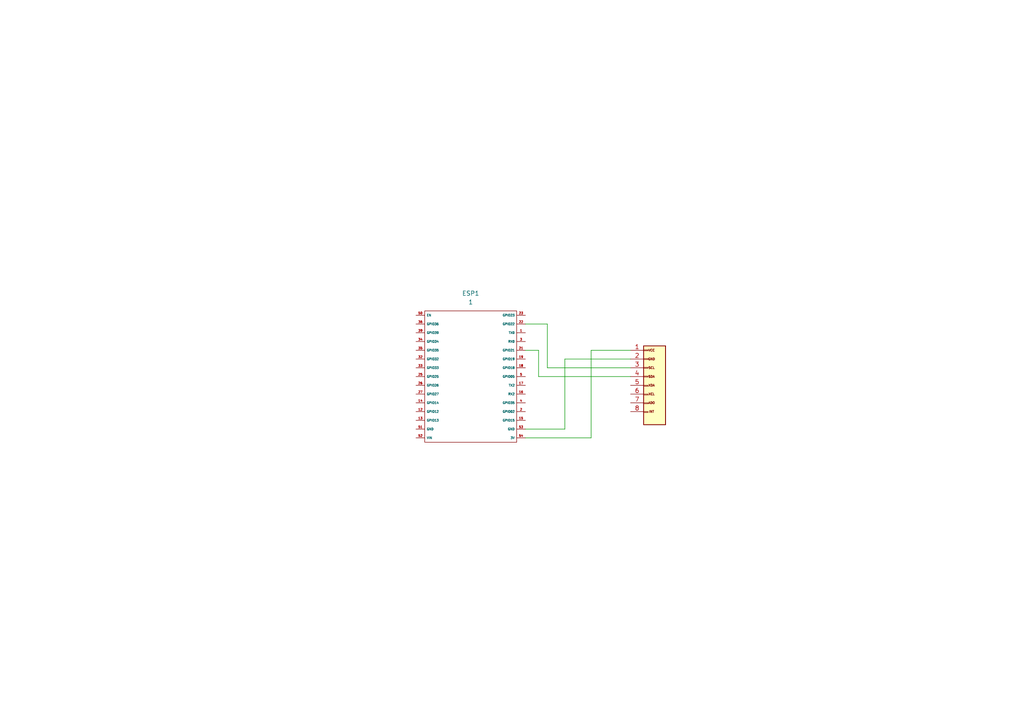
<source format=kicad_sch>
(kicad_sch
	(version 20250114)
	(generator "eeschema")
	(generator_version "9.0")
	(uuid "5353f321-bacc-4684-81da-ea8c4333537a")
	(paper "A4")
	(lib_symbols
		(symbol "UserDefined:ESP32DevKitV1"
			(exclude_from_sim no)
			(in_bom yes)
			(on_board yes)
			(property "Reference" "ESP32"
				(at 6.096 -2.54 0)
				(effects
					(font
						(size 1.27 1.27)
					)
				)
			)
			(property "Value" "1"
				(at 0 0 0)
				(effects
					(font
						(size 1.27 1.27)
					)
				)
			)
			(property "Footprint" "UserDefined:ESP32-DEVKITV1-Paul"
				(at 0 0 0)
				(effects
					(font
						(size 1.27 1.27)
					)
					(hide yes)
				)
			)
			(property "Datasheet" ""
				(at 0 0 0)
				(effects
					(font
						(size 1.27 1.27)
					)
					(hide yes)
				)
			)
			(property "Description" ""
				(at 0 0 0)
				(effects
					(font
						(size 1.27 1.27)
					)
					(hide yes)
				)
			)
			(symbol "ESP32DevKitV1_0_1"
				(rectangle
					(start -6.35 -3.81)
					(end 20.32 -41.91)
					(stroke
						(width 0)
						(type default)
					)
					(fill
						(type none)
					)
				)
			)
			(symbol "ESP32DevKitV1_1_1"
				(pin input line
					(at -8.89 -5.08 0)
					(length 2.54)
					(name "EN"
						(effects
							(font
								(size 0.635 0.635)
							)
						)
					)
					(number "50"
						(effects
							(font
								(size 0.635 0.635)
							)
						)
					)
				)
				(pin input line
					(at -8.89 -7.62 0)
					(length 2.54)
					(name "GPIO36"
						(effects
							(font
								(size 0.635 0.635)
							)
						)
					)
					(number "36"
						(effects
							(font
								(size 0.635 0.635)
							)
						)
					)
				)
				(pin input line
					(at -8.89 -10.16 0)
					(length 2.54)
					(name "GPIO39"
						(effects
							(font
								(size 0.635 0.635)
							)
						)
					)
					(number "39"
						(effects
							(font
								(size 0.635 0.635)
							)
						)
					)
				)
				(pin input line
					(at -8.89 -12.7 0)
					(length 2.54)
					(name "GPIO34"
						(effects
							(font
								(size 0.635 0.635)
							)
						)
					)
					(number "34"
						(effects
							(font
								(size 0.635 0.635)
							)
						)
					)
				)
				(pin input line
					(at -8.89 -15.24 0)
					(length 2.54)
					(name "GPIO35"
						(effects
							(font
								(size 0.635 0.635)
							)
						)
					)
					(number "35"
						(effects
							(font
								(size 0.635 0.635)
							)
						)
					)
				)
				(pin bidirectional line
					(at -8.89 -17.78 0)
					(length 2.54)
					(name "GPIO32"
						(effects
							(font
								(size 0.635 0.635)
							)
						)
					)
					(number "32"
						(effects
							(font
								(size 0.635 0.635)
							)
						)
					)
				)
				(pin bidirectional line
					(at -8.89 -20.32 0)
					(length 2.54)
					(name "GPIO33"
						(effects
							(font
								(size 0.635 0.635)
							)
						)
					)
					(number "33"
						(effects
							(font
								(size 0.635 0.635)
							)
						)
					)
				)
				(pin bidirectional line
					(at -8.89 -22.86 0)
					(length 2.54)
					(name "GPIO25"
						(effects
							(font
								(size 0.635 0.635)
							)
						)
					)
					(number "25"
						(effects
							(font
								(size 0.635 0.635)
							)
						)
					)
				)
				(pin bidirectional line
					(at -8.89 -25.4 0)
					(length 2.54)
					(name "GPIO26"
						(effects
							(font
								(size 0.635 0.635)
							)
						)
					)
					(number "26"
						(effects
							(font
								(size 0.635 0.635)
							)
						)
					)
				)
				(pin bidirectional line
					(at -8.89 -27.94 0)
					(length 2.54)
					(name "GPIO27"
						(effects
							(font
								(size 0.635 0.635)
							)
						)
					)
					(number "27"
						(effects
							(font
								(size 0.635 0.635)
							)
						)
					)
				)
				(pin bidirectional line
					(at -8.89 -30.48 0)
					(length 2.54)
					(name "GPIO14"
						(effects
							(font
								(size 0.635 0.635)
							)
						)
					)
					(number "14"
						(effects
							(font
								(size 0.635 0.635)
							)
						)
					)
				)
				(pin bidirectional line
					(at -8.89 -33.02 0)
					(length 2.54)
					(name "GPIO12"
						(effects
							(font
								(size 0.635 0.635)
							)
						)
					)
					(number "12"
						(effects
							(font
								(size 0.635 0.635)
							)
						)
					)
				)
				(pin bidirectional line
					(at -8.89 -35.56 0)
					(length 2.54)
					(name "GPIO13"
						(effects
							(font
								(size 0.635 0.635)
							)
						)
					)
					(number "13"
						(effects
							(font
								(size 0.635 0.635)
							)
						)
					)
				)
				(pin power_in line
					(at -8.89 -38.1 0)
					(length 2.54)
					(name "GND"
						(effects
							(font
								(size 0.635 0.635)
							)
						)
					)
					(number "51"
						(effects
							(font
								(size 0.635 0.635)
							)
						)
					)
				)
				(pin bidirectional line
					(at -8.89 -40.64 0)
					(length 2.54)
					(name "VIN"
						(effects
							(font
								(size 0.635 0.635)
							)
						)
					)
					(number "52"
						(effects
							(font
								(size 0.635 0.635)
							)
						)
					)
				)
				(pin bidirectional line
					(at 22.86 -5.08 180)
					(length 2.54)
					(name "GPIO23"
						(effects
							(font
								(size 0.635 0.635)
							)
						)
					)
					(number "23"
						(effects
							(font
								(size 0.635 0.635)
							)
						)
					)
				)
				(pin bidirectional line
					(at 22.86 -7.62 180)
					(length 2.54)
					(name "GPIO22"
						(effects
							(font
								(size 0.635 0.635)
							)
						)
					)
					(number "22"
						(effects
							(font
								(size 0.635 0.635)
							)
						)
					)
				)
				(pin bidirectional line
					(at 22.86 -10.16 180)
					(length 2.54)
					(name "TX0"
						(effects
							(font
								(size 0.635 0.635)
							)
						)
					)
					(number "1"
						(effects
							(font
								(size 0.635 0.635)
							)
						)
					)
				)
				(pin bidirectional line
					(at 22.86 -12.7 180)
					(length 2.54)
					(name "RX0"
						(effects
							(font
								(size 0.635 0.635)
							)
						)
					)
					(number "3"
						(effects
							(font
								(size 0.635 0.635)
							)
						)
					)
				)
				(pin bidirectional line
					(at 22.86 -15.24 180)
					(length 2.54)
					(name "GPIO21"
						(effects
							(font
								(size 0.635 0.635)
							)
						)
					)
					(number "21"
						(effects
							(font
								(size 0.635 0.635)
							)
						)
					)
				)
				(pin bidirectional line
					(at 22.86 -17.78 180)
					(length 2.54)
					(name "GPIO19"
						(effects
							(font
								(size 0.635 0.635)
							)
						)
					)
					(number "19"
						(effects
							(font
								(size 0.635 0.635)
							)
						)
					)
				)
				(pin bidirectional line
					(at 22.86 -20.32 180)
					(length 2.54)
					(name "GPIO18"
						(effects
							(font
								(size 0.635 0.635)
							)
						)
					)
					(number "18"
						(effects
							(font
								(size 0.635 0.635)
							)
						)
					)
				)
				(pin bidirectional line
					(at 22.86 -22.86 180)
					(length 2.54)
					(name "GPIO05"
						(effects
							(font
								(size 0.635 0.635)
							)
						)
					)
					(number "5"
						(effects
							(font
								(size 0.635 0.635)
							)
						)
					)
				)
				(pin bidirectional line
					(at 22.86 -25.4 180)
					(length 2.54)
					(name "TX2"
						(effects
							(font
								(size 0.635 0.635)
							)
						)
					)
					(number "17"
						(effects
							(font
								(size 0.635 0.635)
							)
						)
					)
				)
				(pin bidirectional line
					(at 22.86 -27.94 180)
					(length 2.54)
					(name "RX2"
						(effects
							(font
								(size 0.635 0.635)
							)
						)
					)
					(number "16"
						(effects
							(font
								(size 0.635 0.635)
							)
						)
					)
				)
				(pin bidirectional line
					(at 22.86 -30.48 180)
					(length 2.54)
					(name "GPIO35"
						(effects
							(font
								(size 0.635 0.635)
							)
						)
					)
					(number "4"
						(effects
							(font
								(size 0.635 0.635)
							)
						)
					)
				)
				(pin bidirectional line
					(at 22.86 -33.02 180)
					(length 2.54)
					(name "GPIO02"
						(effects
							(font
								(size 0.635 0.635)
							)
						)
					)
					(number "2"
						(effects
							(font
								(size 0.635 0.635)
							)
						)
					)
				)
				(pin bidirectional line
					(at 22.86 -35.56 180)
					(length 2.54)
					(name "GPIO15"
						(effects
							(font
								(size 0.635 0.635)
							)
						)
					)
					(number "15"
						(effects
							(font
								(size 0.635 0.635)
							)
						)
					)
				)
				(pin power_in line
					(at 22.86 -38.1 180)
					(length 2.54)
					(name "GND"
						(effects
							(font
								(size 0.635 0.635)
							)
						)
					)
					(number "53"
						(effects
							(font
								(size 0.635 0.635)
							)
						)
					)
				)
				(pin power_out line
					(at 22.86 -40.64 180)
					(length 2.54)
					(name "3V"
						(effects
							(font
								(size 0.635 0.635)
							)
						)
					)
					(number "54"
						(effects
							(font
								(size 0.635 0.635)
							)
						)
					)
				)
			)
			(embedded_fonts no)
		)
		(symbol "UserDefined:MPU6050"
			(pin_names
				(offset 1.016)
				(hide yes)
			)
			(exclude_from_sim no)
			(in_bom yes)
			(on_board yes)
			(property "Reference" "MPU1"
				(at 5.842 4.318 0)
				(show_name)
				(effects
					(font
						(size 0.508 0.508)
					)
					(justify right)
					(hide yes)
				)
			)
			(property "Value" "1"
				(at 3.302 -18.542 0)
				(show_name)
				(effects
					(font
						(size 0.508 0.508)
					)
					(justify right)
					(hide yes)
				)
			)
			(property "Footprint" "UserDefined:MPU6050HiLetGO"
				(at 2.794 -20.574 0)
				(effects
					(font
						(size 1.27 1.27)
					)
					(hide yes)
				)
			)
			(property "Datasheet" ""
				(at 1.524 5.334 0)
				(effects
					(font
						(size 1.27 1.27)
					)
					(hide yes)
				)
			)
			(property "Description" ""
				(at 6.096 -7.62 90)
				(effects
					(font
						(size 0.635 0.635)
					)
					(hide yes)
				)
			)
			(property "ki_keywords" "connector"
				(at 0 0 0)
				(effects
					(font
						(size 1.27 1.27)
					)
					(hide yes)
				)
			)
			(property "ki_fp_filters" "Connector*:*_1x??_*"
				(at 0 0 0)
				(effects
					(font
						(size 1.27 1.27)
					)
					(hide yes)
				)
			)
			(symbol "MPU6050_1_1"
				(rectangle
					(start -1.27 3.81)
					(end 5.08 -19.05)
					(stroke
						(width 0.254)
						(type default)
					)
					(fill
						(type background)
					)
				)
				(rectangle
					(start -1.27 2.667)
					(end 0 2.413)
					(stroke
						(width 0.1524)
						(type default)
					)
					(fill
						(type none)
					)
				)
				(rectangle
					(start -1.27 0.127)
					(end 0 -0.127)
					(stroke
						(width 0.1524)
						(type default)
					)
					(fill
						(type none)
					)
				)
				(rectangle
					(start -1.27 -2.413)
					(end 0 -2.667)
					(stroke
						(width 0.1524)
						(type default)
					)
					(fill
						(type none)
					)
				)
				(rectangle
					(start -1.27 -4.953)
					(end 0 -5.207)
					(stroke
						(width 0.1524)
						(type default)
					)
					(fill
						(type none)
					)
				)
				(rectangle
					(start -1.27 -7.62)
					(end 0 -7.874)
					(stroke
						(width 0.1524)
						(type default)
					)
					(fill
						(type none)
					)
				)
				(rectangle
					(start -1.27 -10.16)
					(end 0 -10.414)
					(stroke
						(width 0.1524)
						(type default)
					)
					(fill
						(type none)
					)
				)
				(rectangle
					(start -1.27 -12.7)
					(end 0 -12.954)
					(stroke
						(width 0.1524)
						(type default)
					)
					(fill
						(type none)
					)
				)
				(rectangle
					(start -1.27 -15.24)
					(end 0 -15.494)
					(stroke
						(width 0.1524)
						(type default)
					)
					(fill
						(type none)
					)
				)
				(text "VCC"
					(at 1.016 2.54 0)
					(effects
						(font
							(size 0.635 0.635)
						)
					)
				)
				(text "GND"
					(at 1.016 0 0)
					(effects
						(font
							(size 0.635 0.635)
						)
					)
				)
				(text "SCL"
					(at 1.016 -2.54 0)
					(effects
						(font
							(size 0.635 0.635)
						)
					)
				)
				(text "SDA"
					(at 1.016 -5.08 0)
					(effects
						(font
							(size 0.635 0.635)
						)
					)
				)
				(text "XDA"
					(at 1.016 -7.62 0)
					(effects
						(font
							(size 0.635 0.635)
						)
					)
				)
				(text "XCL"
					(at 1.016 -10.16 0)
					(effects
						(font
							(size 0.635 0.635)
						)
					)
				)
				(text "ADO"
					(at 1.016 -12.7 0)
					(effects
						(font
							(size 0.635 0.635)
						)
					)
				)
				(text "INT"
					(at 1.016 -15.24 0)
					(effects
						(font
							(size 0.635 0.635)
						)
					)
				)
				(pin passive line
					(at -5.08 2.54 0)
					(length 3.81)
					(name "VCC"
						(effects
							(font
								(size 1.27 1.27)
							)
						)
					)
					(number "1"
						(effects
							(font
								(size 1.27 1.27)
							)
						)
					)
				)
				(pin passive line
					(at -5.08 0 0)
					(length 3.81)
					(name "GND"
						(effects
							(font
								(size 1.27 1.27)
							)
						)
					)
					(number "2"
						(effects
							(font
								(size 1.27 1.27)
							)
						)
					)
				)
				(pin passive line
					(at -5.08 -2.54 0)
					(length 3.81)
					(name "SCL"
						(effects
							(font
								(size 1.27 1.27)
							)
						)
					)
					(number "3"
						(effects
							(font
								(size 1.27 1.27)
							)
						)
					)
				)
				(pin passive line
					(at -5.08 -5.08 0)
					(length 3.81)
					(name "SDA"
						(effects
							(font
								(size 1.27 1.27)
							)
						)
					)
					(number "4"
						(effects
							(font
								(size 1.27 1.27)
							)
						)
					)
				)
				(pin passive line
					(at -5.08 -7.62 0)
					(length 3.81)
					(name "XDA"
						(effects
							(font
								(size 1.27 1.27)
							)
						)
					)
					(number "5"
						(effects
							(font
								(size 1.27 1.27)
							)
						)
					)
				)
				(pin passive line
					(at -5.08 -10.16 0)
					(length 3.81)
					(name "XCL"
						(effects
							(font
								(size 1.27 1.27)
							)
						)
					)
					(number "6"
						(effects
							(font
								(size 1.27 1.27)
							)
						)
					)
				)
				(pin passive line
					(at -5.08 -12.7 0)
					(length 3.81)
					(name "ADO"
						(effects
							(font
								(size 1.27 1.27)
							)
						)
					)
					(number "7"
						(effects
							(font
								(size 1.27 1.27)
							)
						)
					)
				)
				(pin passive line
					(at -5.08 -15.24 0)
					(length 3.81)
					(name "INT"
						(effects
							(font
								(size 1.27 1.27)
							)
						)
					)
					(number "8"
						(effects
							(font
								(size 1.27 1.27)
							)
						)
					)
				)
			)
			(embedded_fonts no)
		)
	)
	(wire
		(pts
			(xy 158.75 106.68) (xy 182.88 106.68)
		)
		(stroke
			(width 0)
			(type default)
		)
		(uuid "0065f82e-5233-4b25-b0f6-d44945efc51d")
	)
	(wire
		(pts
			(xy 156.21 109.22) (xy 182.88 109.22)
		)
		(stroke
			(width 0)
			(type default)
		)
		(uuid "18abff06-62a5-4df3-94a4-d032f52179ed")
	)
	(wire
		(pts
			(xy 171.45 101.6) (xy 182.88 101.6)
		)
		(stroke
			(width 0)
			(type default)
		)
		(uuid "1c0674a2-00b4-4cef-ac48-655ded42cc46")
	)
	(wire
		(pts
			(xy 152.4 101.6) (xy 156.21 101.6)
		)
		(stroke
			(width 0)
			(type default)
		)
		(uuid "1cf7588d-3934-4cda-914e-8bffc5d78c29")
	)
	(wire
		(pts
			(xy 158.75 93.98) (xy 158.75 106.68)
		)
		(stroke
			(width 0)
			(type default)
		)
		(uuid "2b2eeecc-ce62-4657-aa0e-88f2c8d9ca5f")
	)
	(wire
		(pts
			(xy 163.83 124.46) (xy 163.83 104.14)
		)
		(stroke
			(width 0)
			(type default)
		)
		(uuid "41f39a68-24db-4426-9721-b53b37435f4c")
	)
	(wire
		(pts
			(xy 152.4 93.98) (xy 158.75 93.98)
		)
		(stroke
			(width 0)
			(type default)
		)
		(uuid "78e446a5-fce7-4883-99a0-ef78f7070e40")
	)
	(wire
		(pts
			(xy 152.4 124.46) (xy 163.83 124.46)
		)
		(stroke
			(width 0)
			(type default)
		)
		(uuid "852d74a0-27cf-4331-afa2-0cbd0b1387ea")
	)
	(wire
		(pts
			(xy 152.4 127) (xy 171.45 127)
		)
		(stroke
			(width 0)
			(type default)
		)
		(uuid "9a7b1f2e-be67-4fef-9ceb-ffb82de13fc7")
	)
	(wire
		(pts
			(xy 163.83 104.14) (xy 182.88 104.14)
		)
		(stroke
			(width 0)
			(type default)
		)
		(uuid "bd467862-1777-4341-a232-ef00c14d622a")
	)
	(wire
		(pts
			(xy 156.21 101.6) (xy 156.21 109.22)
		)
		(stroke
			(width 0)
			(type default)
		)
		(uuid "ec9fc70c-ac3c-40a6-a4b2-888fa851da0e")
	)
	(wire
		(pts
			(xy 171.45 127) (xy 171.45 101.6)
		)
		(stroke
			(width 0)
			(type default)
		)
		(uuid "f7ecb6fd-9aa1-400b-8adf-b911fe06e97f")
	)
	(symbol
		(lib_id "UserDefined:MPU6050")
		(at 187.96 104.14 0)
		(unit 1)
		(exclude_from_sim no)
		(in_bom yes)
		(on_board yes)
		(dnp no)
		(fields_autoplaced yes)
		(uuid "5a6ca269-c3ca-4a39-858f-38821c217bb2")
		(property "Reference" "MPU1"
			(at 193.802 99.822 0)
			(show_name yes)
			(effects
				(font
					(size 0.508 0.508)
				)
				(justify right)
				(hide yes)
			)
		)
		(property "Value" "1"
			(at 191.262 122.682 0)
			(show_name yes)
			(effects
				(font
					(size 0.508 0.508)
				)
				(justify right)
				(hide yes)
			)
		)
		(property "Footprint" "UserDefined:MPU6050HiLetGO"
			(at 190.754 124.714 0)
			(effects
				(font
					(size 1.27 1.27)
				)
				(hide yes)
			)
		)
		(property "Datasheet" ""
			(at 189.484 98.806 0)
			(effects
				(font
					(size 1.27 1.27)
				)
				(hide yes)
			)
		)
		(property "Description" ""
			(at 194.056 111.76 90)
			(effects
				(font
					(size 0.635 0.635)
				)
				(hide yes)
			)
		)
		(pin "2"
			(uuid "b3b67a93-9103-490c-87f7-995c33cc5acf")
		)
		(pin "1"
			(uuid "537b6b7b-1514-4d44-87dd-8d03bfbb4d96")
		)
		(pin "4"
			(uuid "4a44b56d-8461-4fb7-876c-3354961223fc")
		)
		(pin "5"
			(uuid "25b32e84-2b6f-4be6-b941-22b1fa745d4c")
		)
		(pin "7"
			(uuid "8308fd64-1176-4b8d-bc03-7af814ffd261")
		)
		(pin "3"
			(uuid "35d6899c-d467-4478-95cc-cf5f75683064")
		)
		(pin "8"
			(uuid "b203b033-d76a-4e35-b439-9bb8e4029304")
		)
		(pin "6"
			(uuid "43ebd52f-4094-44fd-b7eb-a004ea5eca05")
		)
		(instances
			(project ""
				(path "/5353f321-bacc-4684-81da-ea8c4333537a"
					(reference "MPU1")
					(unit 1)
				)
			)
		)
	)
	(symbol
		(lib_id "UserDefined:ESP32DevKitV1")
		(at 129.54 86.36 0)
		(unit 1)
		(exclude_from_sim no)
		(in_bom yes)
		(on_board yes)
		(dnp no)
		(fields_autoplaced yes)
		(uuid "a0b965cf-77c0-471e-850f-f40761283fb8")
		(property "Reference" "ESP1"
			(at 136.525 85.09 0)
			(effects
				(font
					(size 1.27 1.27)
				)
			)
		)
		(property "Value" "1"
			(at 136.525 87.63 0)
			(effects
				(font
					(size 1.27 1.27)
				)
			)
		)
		(property "Footprint" "UserDefined:ESP32-DEVKITV1-Paul"
			(at 129.54 86.36 0)
			(effects
				(font
					(size 1.27 1.27)
				)
				(hide yes)
			)
		)
		(property "Datasheet" ""
			(at 129.54 86.36 0)
			(effects
				(font
					(size 1.27 1.27)
				)
				(hide yes)
			)
		)
		(property "Description" ""
			(at 129.54 86.36 0)
			(effects
				(font
					(size 1.27 1.27)
				)
				(hide yes)
			)
		)
		(pin "34"
			(uuid "f79de4b9-cf9d-4e05-9dc8-def0546b81ec")
		)
		(pin "25"
			(uuid "49bbdc27-acf4-465e-a497-f9cf0a8159dd")
		)
		(pin "22"
			(uuid "8de56c13-8911-4fe4-a6b8-98cbc50be667")
		)
		(pin "21"
			(uuid "7c8b537a-ffa6-465c-a706-910b75754afb")
		)
		(pin "5"
			(uuid "987affd8-ca65-4da9-b37c-14115e9f0eda")
		)
		(pin "16"
			(uuid "a33b53fd-edff-4c94-964e-bc0e7cf6f6d2")
		)
		(pin "2"
			(uuid "e92ea5dd-080b-4bbe-bc5a-6832ff088870")
		)
		(pin "15"
			(uuid "942d2a87-7b91-4219-852c-a5d0e80a2f42")
		)
		(pin "51"
			(uuid "3c1000ef-a8b3-407b-bebd-780c668162f6")
		)
		(pin "3"
			(uuid "4ebc0ada-195c-451e-bcb8-a7c811a1632c")
		)
		(pin "53"
			(uuid "a5e02c3c-80c6-486d-b00c-b064dde721bc")
		)
		(pin "50"
			(uuid "a0108700-2a92-4394-823a-f6f12a595ede")
		)
		(pin "18"
			(uuid "dd90f80a-f2a6-42b0-8d4e-23b4cf6d5b0c")
		)
		(pin "35"
			(uuid "8d47ac9b-d51c-4d1e-8477-755f973966bc")
		)
		(pin "36"
			(uuid "fb6f5583-065e-4d06-8109-4176b7069931")
		)
		(pin "27"
			(uuid "e892017f-5376-496c-b3a5-057c306b2273")
		)
		(pin "39"
			(uuid "a18f2015-9047-4731-a426-fafa6953ec18")
		)
		(pin "52"
			(uuid "f6951470-72c2-40e4-b7d0-4442e2ae1b65")
		)
		(pin "23"
			(uuid "7b96face-bb3e-4993-9439-cfd6666310da")
		)
		(pin "13"
			(uuid "72cd9a57-6b8b-4014-ab6c-f8f7e5769a97")
		)
		(pin "33"
			(uuid "56d4ae8c-29fe-464d-b3ef-09cd5548b92f")
		)
		(pin "14"
			(uuid "cc334c3c-eb0a-4f02-a85e-9a1edfd8959e")
		)
		(pin "32"
			(uuid "3ba15962-9fc8-4deb-bc14-256e2b72f3bd")
		)
		(pin "26"
			(uuid "5c458d30-20ea-4e5c-9a60-bd99ebe2de43")
		)
		(pin "12"
			(uuid "09c93186-ac3d-42d6-aa4c-308e6c0369c7")
		)
		(pin "1"
			(uuid "096d8a87-bc55-42ee-a65e-cbc48b04f21c")
		)
		(pin "19"
			(uuid "e6a15e43-4e33-4193-b0ba-00df7878cf3c")
		)
		(pin "17"
			(uuid "f6fbfa4c-1fa6-4022-a920-43e806f4efd9")
		)
		(pin "4"
			(uuid "dd953d8f-a035-408a-bd45-b0edd11c5f5a")
		)
		(pin "54"
			(uuid "3b5c7c5c-937c-4ec1-a17b-eee1b360b4e5")
		)
		(instances
			(project ""
				(path "/5353f321-bacc-4684-81da-ea8c4333537a"
					(reference "ESP1")
					(unit 1)
				)
			)
		)
	)
	(sheet_instances
		(path "/"
			(page "1")
		)
	)
	(embedded_fonts no)
)

</source>
